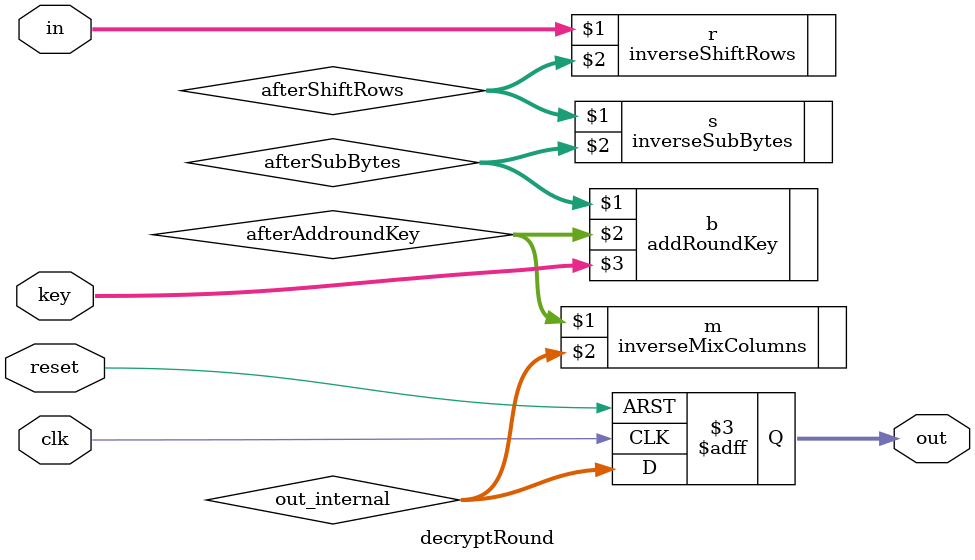
<source format=v>
module decryptRound(clk, reset, in,key,out);
input clk;
input reset;
input [127:0] in;
output [127:0] out;
input [127:0] key;
wire [127:0] afterSubBytes;
wire [127:0] afterShiftRows;
wire [127:0] afterMixColumns;
wire [127:0] afterAddroundKey;

reg [127:0] out;
wire [127:0] out_internal;

inverseShiftRows r(in,afterShiftRows);
inverseSubBytes s(afterShiftRows,afterSubBytes);
addRoundKey b(afterSubBytes,afterAddroundKey,key);
inverseMixColumns m(afterAddroundKey,out_internal);

//--------------------------------------------
always @(posedge clk or posedge reset)
    if (reset == 1'b1)
        out <= 127'b0;
    else
        out <= out_internal;
//--------------------------------------------

endmodule
</source>
